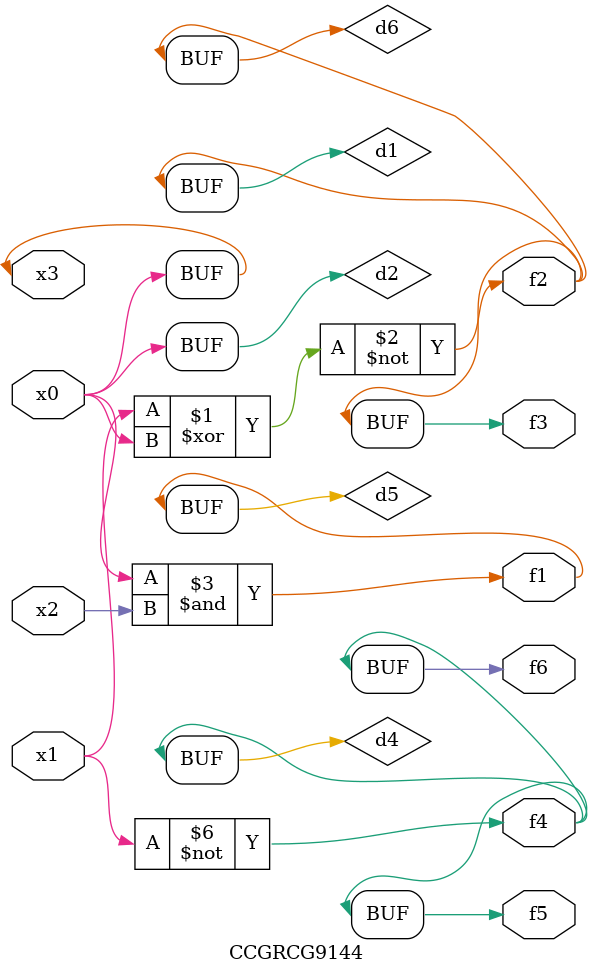
<source format=v>
module CCGRCG9144(
	input x0, x1, x2, x3,
	output f1, f2, f3, f4, f5, f6
);

	wire d1, d2, d3, d4, d5, d6;

	xnor (d1, x1, x3);
	buf (d2, x0, x3);
	nand (d3, x0, x2);
	not (d4, x1);
	nand (d5, d3);
	or (d6, d1);
	assign f1 = d5;
	assign f2 = d6;
	assign f3 = d6;
	assign f4 = d4;
	assign f5 = d4;
	assign f6 = d4;
endmodule

</source>
